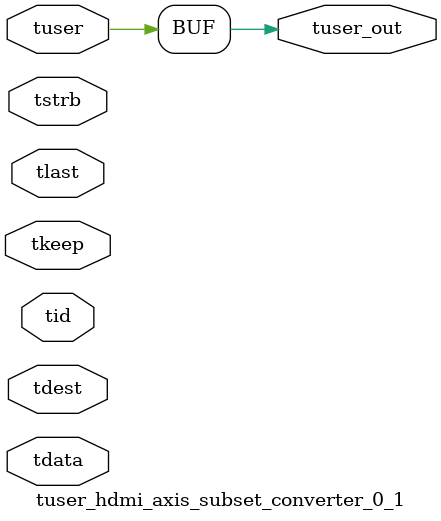
<source format=v>


`timescale 1ps/1ps

module tuser_hdmi_axis_subset_converter_0_1 #
(
parameter C_S_AXIS_TUSER_WIDTH = 1,
parameter C_S_AXIS_TDATA_WIDTH = 32,
parameter C_S_AXIS_TID_WIDTH   = 0,
parameter C_S_AXIS_TDEST_WIDTH = 0,
parameter C_M_AXIS_TUSER_WIDTH = 1
)
(
input  [(C_S_AXIS_TUSER_WIDTH == 0 ? 1 : C_S_AXIS_TUSER_WIDTH)-1:0     ] tuser,
input  [(C_S_AXIS_TDATA_WIDTH == 0 ? 1 : C_S_AXIS_TDATA_WIDTH)-1:0     ] tdata,
input  [(C_S_AXIS_TID_WIDTH   == 0 ? 1 : C_S_AXIS_TID_WIDTH)-1:0       ] tid,
input  [(C_S_AXIS_TDEST_WIDTH == 0 ? 1 : C_S_AXIS_TDEST_WIDTH)-1:0     ] tdest,
input  [(C_S_AXIS_TDATA_WIDTH/8)-1:0 ] tkeep,
input  [(C_S_AXIS_TDATA_WIDTH/8)-1:0 ] tstrb,
input                                                                    tlast,
output [C_M_AXIS_TUSER_WIDTH-1:0] tuser_out
);

assign tuser_out = {tuser[0:0]};

endmodule


</source>
